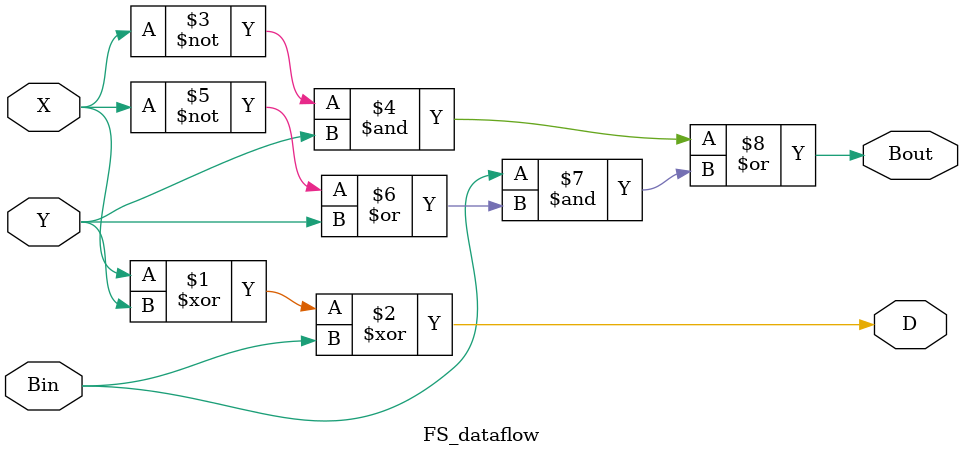
<source format=v>
`timescale 1ns / 1ps
module FS_dataflow(
    input X,
    input Y,
    input Bin,
    output D,
    output Bout
    );

assign #1 D=(X^Y)^Bin;
assign #2 Bout=(~X&Y)|(Bin&(~X|Y));
endmodule

</source>
